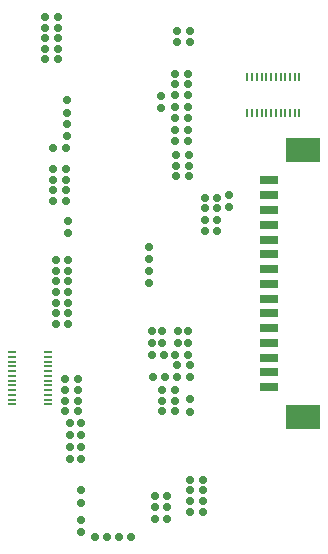
<source format=gbr>
G04*
G04 #@! TF.GenerationSoftware,Altium Limited,Altium Designer,24.9.1 (31)*
G04*
G04 Layer_Color=8421504*
%FSLAX44Y44*%
%MOMM*%
G71*
G04*
G04 #@! TF.SameCoordinates,5A5FE6A1-42EB-4B62-8C37-2C097A76047A*
G04*
G04*
G04 #@! TF.FilePolarity,Positive*
G04*
G01*
G75*
G04:AMPARAMS|DCode=14|XSize=0.65mm|YSize=0.6mm|CornerRadius=0.15mm|HoleSize=0mm|Usage=FLASHONLY|Rotation=0.000|XOffset=0mm|YOffset=0mm|HoleType=Round|Shape=RoundedRectangle|*
%AMROUNDEDRECTD14*
21,1,0.6500,0.3000,0,0,0.0*
21,1,0.3500,0.6000,0,0,0.0*
1,1,0.3000,0.1750,-0.1500*
1,1,0.3000,-0.1750,-0.1500*
1,1,0.3000,-0.1750,0.1500*
1,1,0.3000,0.1750,0.1500*
%
%ADD14ROUNDEDRECTD14*%
G04:AMPARAMS|DCode=15|XSize=0.65mm|YSize=0.6mm|CornerRadius=0.15mm|HoleSize=0mm|Usage=FLASHONLY|Rotation=270.000|XOffset=0mm|YOffset=0mm|HoleType=Round|Shape=RoundedRectangle|*
%AMROUNDEDRECTD15*
21,1,0.6500,0.3000,0,0,270.0*
21,1,0.3500,0.6000,0,0,270.0*
1,1,0.3000,-0.1500,-0.1750*
1,1,0.3000,-0.1500,0.1750*
1,1,0.3000,0.1500,0.1750*
1,1,0.3000,0.1500,-0.1750*
%
%ADD15ROUNDEDRECTD15*%
%ADD16R,0.2000X0.7000*%
%ADD17R,0.7000X0.2000*%
%ADD18R,1.6000X0.8000*%
%ADD19R,3.0000X2.1000*%
D14*
X54250Y290000D02*
D03*
X43750D02*
D03*
Y299000D02*
D03*
X54250D02*
D03*
X45750Y213000D02*
D03*
X56250D02*
D03*
Y186000D02*
D03*
X45750D02*
D03*
X146750Y398000D02*
D03*
X157250D02*
D03*
X36750Y446000D02*
D03*
X47250D02*
D03*
Y437000D02*
D03*
X36750D02*
D03*
Y419000D02*
D03*
X47250D02*
D03*
X53750Y112000D02*
D03*
X64250D02*
D03*
X170250Y54000D02*
D03*
X159750D02*
D03*
X182250Y265000D02*
D03*
X171750D02*
D03*
X135750Y112000D02*
D03*
X146250D02*
D03*
X159750Y45000D02*
D03*
X170250D02*
D03*
X140250Y40000D02*
D03*
X129750D02*
D03*
X53750Y130000D02*
D03*
X64250D02*
D03*
X56250Y195000D02*
D03*
X45750D02*
D03*
X146750Y160000D02*
D03*
X157250D02*
D03*
X126750D02*
D03*
X137250D02*
D03*
X45750Y240000D02*
D03*
X56250D02*
D03*
X54250Y317000D02*
D03*
X43750D02*
D03*
X158250Y320000D02*
D03*
X147750D02*
D03*
X171750Y284000D02*
D03*
X182250D02*
D03*
Y293000D02*
D03*
X171750D02*
D03*
X147750Y329000D02*
D03*
X158250D02*
D03*
X36750Y428000D02*
D03*
X47250D02*
D03*
X157250Y389000D02*
D03*
X146750D02*
D03*
Y380000D02*
D03*
X157250D02*
D03*
X148750Y434000D02*
D03*
X159250D02*
D03*
X135750Y121000D02*
D03*
X146250D02*
D03*
Y130000D02*
D03*
X135750D02*
D03*
X53750Y121000D02*
D03*
X64250D02*
D03*
X171750Y274000D02*
D03*
X182250D02*
D03*
X56250Y231000D02*
D03*
X45750D02*
D03*
Y222000D02*
D03*
X56250D02*
D03*
X54250Y335000D02*
D03*
X43750D02*
D03*
X146750Y370000D02*
D03*
X157250D02*
D03*
X146750Y350000D02*
D03*
X157250D02*
D03*
Y341000D02*
D03*
X146750D02*
D03*
X159250Y151000D02*
D03*
X148750D02*
D03*
X129750Y31000D02*
D03*
X140250D02*
D03*
X170250Y27000D02*
D03*
X159750D02*
D03*
X56250Y204000D02*
D03*
X45750D02*
D03*
X148750Y141000D02*
D03*
X159250D02*
D03*
X127750D02*
D03*
X138250D02*
D03*
X53750Y139000D02*
D03*
X64250D02*
D03*
X43750Y308000D02*
D03*
X54250D02*
D03*
X147750Y311000D02*
D03*
X158250D02*
D03*
X47250Y410000D02*
D03*
X36750D02*
D03*
X146750Y360000D02*
D03*
X157250D02*
D03*
X148750Y425000D02*
D03*
X159250D02*
D03*
X89250Y6000D02*
D03*
X78750D02*
D03*
X99000D02*
D03*
X109500D02*
D03*
X129750Y21000D02*
D03*
X140250D02*
D03*
X159750Y36000D02*
D03*
X170250D02*
D03*
D15*
X58000Y71750D02*
D03*
Y82250D02*
D03*
X55000Y344750D02*
D03*
Y355250D02*
D03*
X158000Y169750D02*
D03*
Y180250D02*
D03*
X149000Y169750D02*
D03*
Y180250D02*
D03*
X58000Y102250D02*
D03*
Y91750D02*
D03*
X67000Y20250D02*
D03*
Y9750D02*
D03*
Y82250D02*
D03*
Y71750D02*
D03*
X136000Y180250D02*
D03*
Y169750D02*
D03*
X127000D02*
D03*
Y180250D02*
D03*
X125000Y220750D02*
D03*
Y231250D02*
D03*
X159000Y122250D02*
D03*
Y111750D02*
D03*
X67000Y91750D02*
D03*
Y102250D02*
D03*
Y45250D02*
D03*
Y34750D02*
D03*
X125000Y251250D02*
D03*
Y240750D02*
D03*
X192000Y295250D02*
D03*
Y284750D02*
D03*
X56000Y273250D02*
D03*
Y262750D02*
D03*
X55000Y375250D02*
D03*
Y364750D02*
D03*
X135000Y368750D02*
D03*
Y379250D02*
D03*
D16*
X252000Y364600D02*
D03*
Y395400D02*
D03*
X248000Y364600D02*
D03*
Y395400D02*
D03*
X244000Y364600D02*
D03*
Y395400D02*
D03*
X240000Y364600D02*
D03*
Y395400D02*
D03*
X236000Y364600D02*
D03*
Y395400D02*
D03*
X232000Y364600D02*
D03*
Y395400D02*
D03*
X228000Y364600D02*
D03*
Y395400D02*
D03*
X224000Y364600D02*
D03*
Y395400D02*
D03*
X220000Y364600D02*
D03*
Y395400D02*
D03*
X216000Y364600D02*
D03*
Y395400D02*
D03*
X212000Y364600D02*
D03*
Y395400D02*
D03*
X208000Y364600D02*
D03*
Y395400D02*
D03*
D17*
X8600Y118000D02*
D03*
X39400D02*
D03*
X8600Y122000D02*
D03*
X39400D02*
D03*
X8600Y126000D02*
D03*
X39400D02*
D03*
X8600Y130000D02*
D03*
X39400D02*
D03*
X8600Y134000D02*
D03*
X39400D02*
D03*
X8600Y138000D02*
D03*
X39400D02*
D03*
X8600Y142000D02*
D03*
X39400D02*
D03*
X8600Y146000D02*
D03*
X39400D02*
D03*
X8600Y150000D02*
D03*
X39400D02*
D03*
X8600Y154000D02*
D03*
X39400D02*
D03*
X8600Y158000D02*
D03*
X39400D02*
D03*
X8600Y162000D02*
D03*
X39400D02*
D03*
D18*
X226000Y132500D02*
D03*
Y145000D02*
D03*
Y157500D02*
D03*
Y170000D02*
D03*
Y182500D02*
D03*
Y195000D02*
D03*
Y207500D02*
D03*
Y220000D02*
D03*
Y232500D02*
D03*
Y245000D02*
D03*
Y257500D02*
D03*
Y270000D02*
D03*
Y282500D02*
D03*
Y295000D02*
D03*
Y307500D02*
D03*
D19*
X255000Y333000D02*
D03*
Y107000D02*
D03*
M02*

</source>
